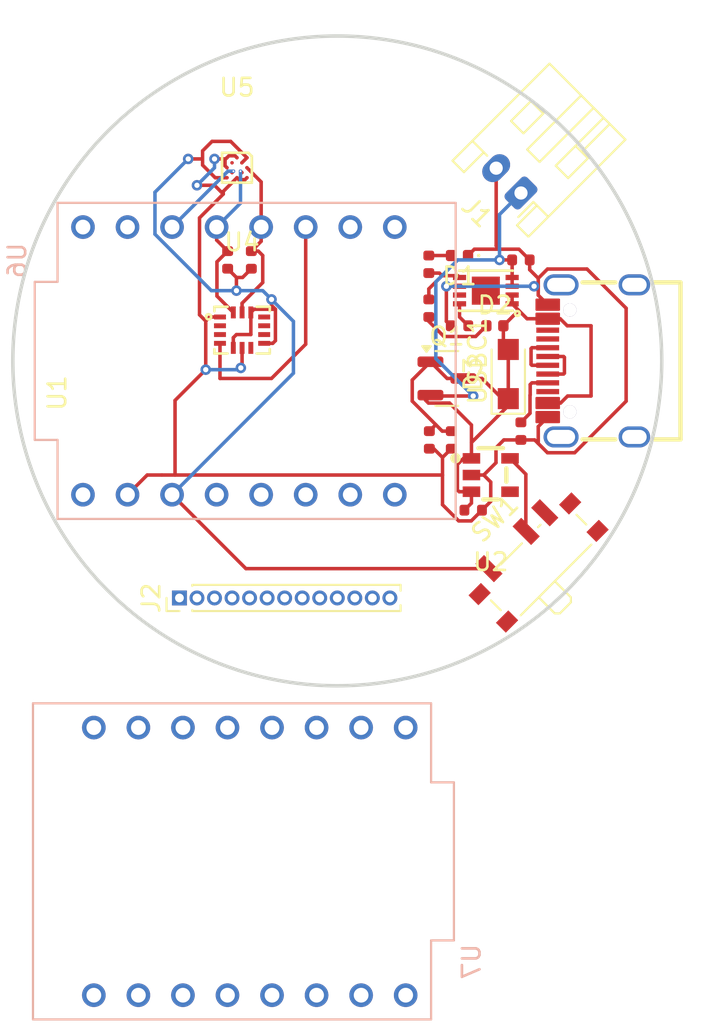
<source format=kicad_pcb>
(kicad_pcb (version 20241229) (generator "pcbnew") (generator_version "9.0")
  (layers (0 "F.Cu" signal) (2 "B.Cu" signal) (13 "F.Paste" user) (15 "B.Paste" user) (5 "F.SilkS" user "F.Silkscreen") (7 "B.SilkS" user "B.Silkscreen") (1 "F.Mask" user) (3 "B.Mask" user) (25 "Edge.Cuts" user))
  (net 0 "")
  (net 1 "GND")
  (net 2 "VBUS")
  (net 3 "VBAT")
  (net 4 "Net-(D1-A)")
  (net 5 "Net-(D2-K)")
  (net 6 "Net-(USBC1-CC1)")
  (net 7 "Net-(U1-PROG)")
  (net 8 "Net-(U1-STAT)")
  (net 9 "+3.3V")
  (net 11 "Net-(SW1-B)")
  (net 15 "D-")
  (net 17 "D+")
  (net 24 "VSH")
  (net 25 "Net-(U4-AP_SDA{slash}AP_SDIO{slash}AP_SDI)")
  (net 26 "Net-(U4-AP_SCL{slash}AP_SCLK)")
  (net 30 "Net-(U4-INT1{slash}INT)")
  (net 33 "Net-(U5-DRY)")
  (net 46 "Net-(J2-Pin_8)")
  (net 47 "Net-(J2-Pin_13)")
  (net 48 "Net-(J2-Pin_12)")
  (net 49 "Net-(J2-Pin_6)")
  (net 50 "Net-(J2-Pin_11)")
  (net 51 "Net-(J2-Pin_3)")
  (net 53 "Net-(J2-Pin_4)")
  (net 54 "Net-(J2-Pin_7)")
  (net 56 "Net-(J2-Pin_9)")
  (net 57 "Net-(J2-Pin_10)")
  (net 59 "Net-(J2-Pin_5)")
  (footprint "EasyEDA:USB-C_SMD-TYPE-C-31-M-12_1" (layer "F.Cu") (at 164.47 105 90)
    (property "Reference" "USBC1" (at 0 -6.47 90) (layer "F.SilkS"))
    (property "Value" "TYPE-C-31-M-12")
    (fp_line (start 4.47 1.38) (end 4.47 -0.48) (stroke (width 0.25)) (layer "F.SilkS"))
    (fp_line (start -4.47 1.38) (end -4.47 -0.48) (stroke (width 0.25)) (layer "F.SilkS"))
    (fp_line (start 4.47 5.1) (end 4.47 3.62) (stroke (width 0.25)) (layer "F.SilkS"))
    (fp_line (start 4.47 5.1) (end -4.47 5.1) (stroke (width 0.25)) (layer "F.SilkS"))
    (fp_line (start -4.47 5.1) (end -4.47 3.62) (stroke (width 0.25)) (layer "F.SilkS"))
    (pad "" thru_hole circle (at -2.9 -1.21 90) (size 0.75 0.75) (drill 0.75) (layers "*.Cu" "*.Mask"))
    (pad "" thru_hole circle (at 2.9 -1.21 90) (size 0.75 0.75) (drill 0.75) (layers "*.Cu" "*.Mask"))
    (pad "1" thru_hole oval (at 4.33 -1.71 90) (size 1.2 2) (drill oval 0.799998 1.599971) (layers "*.Cu" "*.Mask"))
    (pad "2" thru_hole oval (at 4.33 2.47 90) (size 1.2 1.8) (drill oval 0.799998 1.399997) (layers "*.Cu" "*.Mask"))
    (pad "3" thru_hole oval (at -4.33 2.47 90) (size 1.2 1.8) (drill oval 0.799998 1.399997) (layers "*.Cu" "*.Mask"))
    (pad "4" thru_hole oval (at -4.33 -1.71 90) (size 1.2 2) (drill oval 0.799998 1.600022) (layers "*.Cu" "*.Mask"))
    (pad "A1B12" smd custom (at -3.2 -2.47 90) (size 0.01 0.01) (layers "F.Cu" "F.Mask" "F.Paste") (net 1 "GND") (options (clearance outline) (anchor circle)) (primitives (gr_poly (pts (xy 0.3 0.65) (xy 0.3 -0.65) (xy 0 -0.65) (xy -0.3 -0.65) (xy -0.3 0.65) (xy 0 0.65) (xy 0.3 0.65)) (width 0.1) (fill yes))))
    (pad "A4B9" smd custom (at -2.4 -2.47 90) (size 0.01 0.01) (layers "F.Cu" "F.Mask" "F.Paste") (net 2 "VBUS") (options (clearance outline) (anchor circle)) (primitives (gr_poly (pts (xy 0.3 0.65) (xy 0.3 -0.65) (xy 0 -0.65) (xy -0.3 -0.65) (xy -0.3 0.65) (xy 0 0.65) (xy 0.3 0.65)) (width 0.1) (fill yes))))
    (pad "A5" smd rect (at -1.25 -2.47 90) (size 0.3 1.3) (layers "F.Cu" "F.Mask" "F.Paste") (net 6 "Net-(USBC1-CC1)"))
    (pad "A6" smd rect (at -0.25 -2.47 90) (size 0.3 1.3) (layers "F.Cu" "F.Mask" "F.Paste") (net 15 "D-"))
    (pad "A7" smd rect (at 0.25 -2.47 90) (size 0.3 1.3) (layers "F.Cu" "F.Mask" "F.Paste") (net 17 "D+"))
    (pad "A8" smd rect (at 1.25 -2.47 90) (size 0.3 1.3) (layers "F.Cu" "F.Mask" "F.Paste"))
    (pad "B1A12" smd custom (at 3.2 -2.47 90) (size 0.01 0.01) (layers "F.Cu" "F.Mask" "F.Paste") (net 1 "GND") (options (clearance outline) (anchor circle)) (primitives (gr_poly (pts (xy -0.3 -0.65) (xy -0.3 0.65) (xy -0.01 0.65) (xy 0 0.65) (xy 0.3 0.65) (xy 0.3 -0.65) (xy 0 -0.65) (xy -0.01 -0.65) (xy -0.3 -0.65)) (width 0.1) (fill yes))))
    (pad "B4A9" smd custom (at 2.4 -2.47 90) (size 0.01 0.01) (layers "F.Cu" "F.Mask" "F.Paste") (net 2 "VBUS") (options (clearance outline) (anchor circle)) (primitives (gr_poly (pts (xy 0.3 0.65) (xy 0.3 -0.65) (xy 0 -0.65) (xy -0.3 -0.65) (xy -0.3 0.65) (xy 0 0.65) (xy 0.3 0.65)) (width 0.1) (fill yes))))
    (pad "B5" smd rect (at 1.75 -2.47 90) (size 0.3 1.3) (layers "F.Cu" "F.Mask" "F.Paste"))
    (pad "B6" smd rect (at 0.75 -2.47 90) (size 0.3 1.3) (layers "F.Cu" "F.Mask" "F.Paste") (net 15 "D-"))
    (pad "B7" smd rect (at -0.75 -2.47 90) (size 0.3 1.3) (layers "F.Cu" "F.Mask" "F.Paste") (net 17 "D+"))
    (pad "B8" smd rect (at -1.75 -2.47 90) (size 0.3 1.3) (layers "F.Cu" "F.Mask" "F.Paste"))
  )
  (footprint "EasyEDA:SOT-23-5_L2.9-W1.6-P0.95-LS2.8-BR" (layer "F.Cu") (at 158.75 111.5 180)
    (property "Reference" "U2" (at 0 -4.95 0) (layer "F.SilkS"))
    (property "Value" "AP2112K-3.3TRG1_C23380830")
    (fp_line (start -0.42 -1.39) (end 0.42 -1.39) (stroke (width 0.25)) (layer "F.SilkS"))
    (fp_line (start -0.7 1.53) (end 0.7 1.53) (stroke (width 0.25)) (layer "F.SilkS"))
    (fp_line (start -0.89 0.38) (end -0.89 -0.38) (stroke (width 0.25)) (layer "F.SilkS"))
    (fp_circle (center 2.01 0.96) (end 2.16 0.96) (stroke (width 0.3)) (fill no) (layer "F.SilkS"))
    (pad "1" smd rect (at 1.1 0.95 270) (size 0.6 1) (layers "F.Cu" "F.Mask" "F.Paste") (net 24 "VSH"))
    (pad "2" smd rect (at 1.1 0 270) (size 0.6 1) (layers "F.Cu" "F.Mask" "F.Paste") (net 1 "GND"))
    (pad "3" smd rect (at 1.1 -0.95 270) (size 0.6 1) (layers "F.Cu" "F.Mask" "F.Paste") (net 24 "VSH"))
    (pad "4" smd rect (at -1.1 -0.95 270) (size 0.6 1) (layers "F.Cu" "F.Mask" "F.Paste"))
    (pad "5" smd rect (at -1.1 0.95 270) (size 0.6 1) (layers "F.Cu" "F.Mask" "F.Paste") (net 11 "Net-(SW1-B)"))
  )
  (footprint "EasyEDA:LGA-14_L3.0-W2.5-P0.50-TL" (layer "F.Cu") (at 144.572 103.25)
    (property "Reference" "U4" (at 0 -5.01 0) (layer "F.SilkS"))
    (property "Value" "ICM-45686")
    (fp_line (start -1.58 -1.33) (end -1.58 -1.08) (stroke (width 0.15)) (layer "F.SilkS"))
    (fp_line (start -1.58 1.33) (end -1.58 1.08) (stroke (width 0.15)) (layer "F.SilkS"))
    (fp_line (start -0.83 -1.33) (end -1.58 -1.33) (stroke (width 0.15)) (layer "F.SilkS"))
    (fp_line (start -0.83 1.33) (end -1.58 1.33) (stroke (width 0.15)) (layer "F.SilkS"))
    (fp_line (start 0.83 -1.33) (end 1.58 -1.33) (stroke (width 0.15)) (layer "F.SilkS"))
    (fp_line (start 0.83 1.33) (end 1.58 1.33) (stroke (width 0.15)) (layer "F.SilkS"))
    (fp_line (start 1.58 -1.33) (end 1.58 -1.08) (stroke (width 0.15)) (layer "F.SilkS"))
    (fp_line (start 1.58 1.33) (end 1.58 1.08) (stroke (width 0.15)) (layer "F.SilkS"))
    (fp_circle (center -1.91 -0.76) (end -1.84 -0.76) (stroke (width 0.15)) (fill no) (layer "F.SilkS"))
    (pad "1" smd rect (at -1.26 -0.75) (size 0.68 0.28) (layers "F.Cu" "F.Mask" "F.Paste") (net 1 "GND"))
    (pad "2" smd rect (at -1.26 -0.25) (size 0.68 0.28) (layers "F.Cu" "F.Mask" "F.Paste"))
    (pad "3" smd rect (at -1.26 0.25) (size 0.68 0.28) (layers "F.Cu" "F.Mask" "F.Paste"))
    (pad "4" smd rect (at -1.26 0.75) (size 0.68 0.28) (layers "F.Cu" "F.Mask" "F.Paste") (net 30 "Net-(U4-INT1{slash}INT)"))
    (pad "5" smd rect (at -0.5 1.01) (size 0.28 0.68) (layers "F.Cu" "F.Mask" "F.Paste") (net 9 "+3.3V"))
    (pad "6" smd rect (at 0 1.01) (size 0.28 0.68) (layers "F.Cu" "F.Mask" "F.Paste") (net 1 "GND"))
    (pad "7" smd rect (at 0.5 1.01) (size 0.28 0.68) (layers "F.Cu" "F.Mask" "F.Paste"))
    (pad "8" smd rect (at 1.26 0.75) (size 0.68 0.28) (layers "F.Cu" "F.Mask" "F.Paste") (net 9 "+3.3V"))
    (pad "9" smd rect (at 1.26 0.25) (size 0.68 0.28) (layers "F.Cu" "F.Mask" "F.Paste"))
    (pad "10" smd rect (at 1.26 -0.25) (size 0.68 0.28) (layers "F.Cu" "F.Mask" "F.Paste"))
    (pad "11" smd rect (at 1.26 -0.75) (size 0.68 0.28) (layers "F.Cu" "F.Mask" "F.Paste"))
    (pad "12" smd rect (at 0.5 -1.01) (size 0.28 0.68) (layers "F.Cu" "F.Mask" "F.Paste") (net 9 "+3.3V"))
    (pad "13" smd rect (at 0 -1.01) (size 0.28 0.68) (layers "F.Cu" "F.Mask" "F.Paste") (net 26 "Net-(U4-AP_SCL{slash}AP_SCLK)"))
    (pad "14" smd rect (at -0.5 -1.01) (size 0.28 0.68) (layers "F.Cu" "F.Mask" "F.Paste") (net 25 "Net-(U4-AP_SDA{slash}AP_SDIO{slash}AP_SDI)"))
  )
  (footprint "EasyEDA:WLCSP-12_L1.6-W1.6_BMM150" (layer "F.Cu") (at 144.28 94)
    (property "Reference" "U5" (at 0 -4.57 0) (layer "F.SilkS"))
    (property "Value" "BMM150")
    (fp_line (start -0.85 -0.85) (end 0.65 -0.85) (stroke (width 0.15)) (layer "F.SilkS"))
    (fp_line (start -0.85 0.85) (end -0.85 -0.85) (stroke (width 0.15)) (layer "F.SilkS"))
    (fp_line (start -0.85 0.85) (end 0.85 0.85) (stroke (width 0.15)) (layer "F.SilkS"))
    (fp_line (start 0.65 -0.85) (end 0.85 -0.65) (stroke (width 0.15)) (layer "F.SilkS"))
    (fp_line (start 0.85 -0.65) (end 0.85 -0.05) (stroke (width 0.15)) (layer "F.SilkS"))
    (fp_line (start 0.85 0.85) (end 0.85 -0.1) (stroke (width 0.15)) (layer "F.SilkS"))
    (pad "A1" smd circle (at 0.57 -0.57) (size 0.2 0.2) (layers "F.Cu" "F.Mask" "F.Paste") (net 9 "+3.3V"))
    (pad "A3" smd circle (at 0.57 0) (size 0.2 0.2) (layers "F.Cu" "F.Mask" "F.Paste") (net 26 "Net-(U4-AP_SCL{slash}AP_SCLK)"))
    (pad "A5" smd circle (at 0.57 0.57) (size 0.2 0.2) (layers "F.Cu" "F.Mask" "F.Paste") (net 1 "GND"))
    (pad "B2" smd circle (at 0.28 -0.28) (size 0.2 0.2) (layers "F.Cu" "F.Mask" "F.Paste") (net 9 "+3.3V"))
    (pad "B4" smd circle (at 0.28 0.28) (size 0.2 0.2) (layers "F.Cu" "F.Mask" "F.Paste") (net 25 "Net-(U4-AP_SDA{slash}AP_SDIO{slash}AP_SDI)"))
    (pad "C1" smd circle (at 0 -0.57) (size 0.2 0.2) (layers "F.Cu" "F.Mask" "F.Paste") (net 1 "GND"))
    (pad "C5" smd circle (at 0 0.57) (size 0.2 0.2) (layers "F.Cu" "F.Mask" "F.Paste") (net 1 "GND"))
    (pad "D2" smd circle (at -0.28 -0.28) (size 0.2 0.2) (layers "F.Cu" "F.Mask" "F.Paste"))
    (pad "D4" smd circle (at -0.28 0.28) (size 0.2 0.2) (layers "F.Cu" "F.Mask" "F.Paste") (net 33 "Net-(U5-DRY)"))
    (pad "E1" smd circle (at -0.57 -0.57) (size 0.2 0.2) (layers "F.Cu" "F.Mask" "F.Paste") (net 1 "GND"))
    (pad "E3" smd circle (at -0.57 0) (size 0.2 0.2) (layers "F.Cu" "F.Mask" "F.Paste") (net 1 "GND"))
    (pad "E5" smd circle (at -0.57 0.57) (size 0.2 0.2) (layers "F.Cu" "F.Mask" "F.Paste") (net 9 "+3.3V"))
  )
  (footprint "PCM_JLCPCB:C_0402" (layer "F.Cu") (at 157.75 113.5)
    (property "Reference" "C3" (hide yes))
    (property "Value" "10µF")
    (pad "1" smd roundrect (at -0.5 0) (size 0.56 0.62) (layers "F.Cu" "F.Mask" "F.Paste") (net 24 "VSH"))
    (pad "2" smd roundrect (at 0.5 0) (size 0.56 0.62) (layers "F.Cu" "F.Mask" "F.Paste") (net 1 "GND"))
  )
  (footprint "LED_SMD:LED_0402_1005Metric" (layer "F.Cu") (at 156.97 99 180)
    (property "Reference" "D1" (at 0 -1.17 0) (layer "F.SilkS"))
    (property "Value" "LED")
    (fp_circle (center -1.09 0) (end -1.04 0) (stroke (width 0.1)) (fill no) (layer "F.SilkS"))
    (pad "1" smd roundrect (at -0.485 0 180) (size 0.59 0.64) (layers "F.Cu" "F.Mask" "F.Paste") (net 1 "GND"))
    (pad "2" smd roundrect (at 0.485 0 180) (size 0.59 0.64) (layers "F.Cu" "F.Mask" "F.Paste") (net 4 "Net-(D1-A)"))
  )
  (footprint "PCM_JLCPCB:R_0402" (layer "F.Cu") (at 156.97 103 180)
    (property "Reference" "R2" (hide yes))
    (property "Value" "2kΩ" (hide yes))
    (pad "1" smd roundrect (at -0.5 0 180) (size 0.56 0.62) (layers "F.Cu" "F.Mask" "F.Paste") (net 7 "Net-(U1-PROG)"))
    (pad "2" smd roundrect (at 0.5 0 180) (size 0.56 0.62) (layers "F.Cu" "F.Mask" "F.Paste") (net 1 "GND"))
  )
  (footprint "Button_Switch_SMD:SW_SPDT_PCM12" (layer "F.Cu") (at 161.25 116.25 45)
    (property "Reference" "SW1" (at 0 -3.2 45) (layer "F.SilkS"))
    (property "Value" "SW_SPDT")
    (fp_line (start -3.45 -0.07) (end -3.45 0.719999) (stroke (width 0.12)) (layer "F.SilkS"))
    (fp_line (start -1.6 -1.12) (end 0.1 -1.12) (stroke (width 0.12)) (layer "F.SilkS"))
    (fp_line (start -2.85 1.73) (end 2.85 1.73) (stroke (width 0.12)) (layer "F.SilkS"))
    (fp_line (start 1.4 -1.12) (end 1.6 -1.12) (stroke (width 0.12)) (layer "F.SilkS"))
    (fp_line (start -1.4 1.73) (end -1.4 3.02) (stroke (width 0.12)) (layer "F.SilkS"))
    (fp_line (start -1.4 3.02) (end -1.2 3.23) (stroke (width 0.12)) (layer "F.SilkS"))
    (fp_line (start -1.2 3.23) (end -0.3 3.23) (stroke (width 0.12)) (layer "F.SilkS"))
    (fp_line (start -0.1 3.02) (end -0.1 1.73) (stroke (width 0.12)) (layer "F.SilkS"))
    (fp_line (start -0.1 3.02) (end -0.3 3.23) (stroke (width 0.12)) (layer "F.SilkS"))
    (fp_line (start 3.45 0.719999) (end 3.45 -0.07) (stroke (width 0.12)) (layer "F.SilkS"))
    (pad "" smd rect (at -3.65 -0.78 45) (size 1 0.8) (layers "F.Cu" "F.Mask" "F.Paste"))
    (pad "" smd rect (at -3.65 1.43 45) (size 1 0.8) (layers "F.Cu" "F.Mask" "F.Paste"))
    (pad "" np_thru_hole circle (at -1.5 0.33 45) (size 0.9 0.9) (drill 0.9) (layers "*.Cu" "*.Mask"))
    (pad "" np_thru_hole circle (at 1.5 0.33 45) (size 0.9 0.9) (drill 0.9) (layers "*.Cu" "*.Mask"))
    (pad "" smd rect (at 3.65 -0.78 45) (size 1 0.8) (layers "F.Cu" "F.Mask" "F.Paste"))
    (pad "" smd rect (at 3.65 1.43 45) (size 1 0.8) (layers "F.Cu" "F.Mask" "F.Paste"))
    (pad "1" smd rect (at -2.25 -1.43 45) (size 0.7 1.5) (layers "F.Cu" "F.Mask" "F.Paste") (net 9 "+3.3V"))
    (pad "2" smd rect (at 0.75 -1.43 45) (size 0.7 1.5) (layers "F.Cu" "F.Mask" "F.Paste") (net 11 "Net-(SW1-B)"))
    (pad "3" smd rect (at 2.25 -1.43 45) (size 0.7 1.5) (layers "F.Cu" "F.Mask" "F.Paste"))
  )
  (footprint "LED_SMD:LED_0402_1005Metric" (layer "F.Cu") (at 158.985 103)
    (property "Reference" "D2" (at 0 -1.17 0) (layer "F.SilkS"))
    (property "Value" "LED")
    (fp_circle (center -1.09 0) (end -1.04 0) (stroke (width 0.1)) (fill no) (layer "F.SilkS"))
    (pad "1" smd roundrect (at -0.485 0) (size 0.59 0.64) (layers "F.Cu" "F.Mask" "F.Paste") (net 5 "Net-(D2-K)"))
    (pad "2" smd roundrect (at 0.485 0) (size 0.59 0.64) (layers "F.Cu" "F.Mask" "F.Paste") (net 2 "VBUS"))
  )
  (footprint "PCM_JLCPCB:R_0402" (layer "F.Cu") (at 145.1 99.25 90)
    (property "Reference" "R7" (hide yes))
    (property "Value" "4.7kΩ" (hide yes))
    (pad "1" smd roundrect (at -0.5 0 90) (size 0.56 0.62) (layers "F.Cu" "F.Mask" "F.Paste") (net 9 "+3.3V"))
    (pad "2" smd roundrect (at 0.5 0 90) (size 0.56 0.62) (layers "F.Cu" "F.Mask" "F.Paste") (net 26 "Net-(U4-AP_SCL{slash}AP_SCLK)"))
  )
  (footprint "Connector_PinHeader_1.00mm:PinHeader_1x13_P1.00mm_Vertical" (layer "F.Cu") (at 141 118.5 90)
    (property "Reference" "J2" (at 0 -1.61 90) (layer "F.SilkS"))
    (property "Value" "Conn_01x13_Pin")
    (fp_line (start -0.745 -0.735) (end 0 -0.735) (stroke (width 0.12)) (layer "F.SilkS"))
    (fp_line (start -0.745 0) (end -0.745 -0.735) (stroke (width 0.12)) (layer "F.SilkS"))
    (fp_line (start 0.745 0.735) (end 0.745 12.61) (stroke (width 0.12)) (layer "F.SilkS"))
    (fp_line (start 0.685565 0.735) (end 0.745 0.735) (stroke (width 0.12)) (layer "F.SilkS"))
    (fp_line (start -0.745 0.735) (end -0.685565 0.735) (stroke (width 0.12)) (layer "F.SilkS"))
    (fp_line (start -0.745 0.735) (end -0.745 12.61) (stroke (width 0.12)) (layer "F.SilkS"))
    (fp_line (start 0.41003 12.61) (end 0.745 12.61) (stroke (width 0.12)) (layer "F.SilkS"))
    (fp_line (start -0.745 12.61) (end -0.41003 12.61) (stroke (width 0.12)) (layer "F.SilkS"))
    (pad "1" thru_hole rect (at 0 0 90) (size 0.85 0.85) (drill 0.5) (layers "*.Cu" "*.Mask"))
    (pad "2" thru_hole circle (at 0 1 90) (size 0.85 0.85) (drill 0.5) (layers "*.Cu" "*.Mask"))
    (pad "3" thru_hole circle (at 0 2 90) (size 0.85 0.85) (drill 0.5) (layers "*.Cu" "*.Mask"))
    (pad "4" thru_hole circle (at 0 3 90) (size 0.85 0.85) (drill 0.5) (layers "*.Cu" "*.Mask"))
    (pad "5" thru_hole circle (at 0 4 90) (size 0.85 0.85) (drill 0.5) (layers "*.Cu" "*.Mask"))
    (pad "6" thru_hole circle (at 0 5 90) (size 0.85 0.85) (drill 0.5) (layers "*.Cu" "*.Mask"))
    (pad "7" thru_hole circle (at 0 6 90) (size 0.85 0.85) (drill 0.5) (layers "*.Cu" "*.Mask"))
    (pad "8" thru_hole circle (at 0 7 90) (size 0.85 0.85) (drill 0.5) (layers "*.Cu" "*.Mask"))
    (pad "9" thru_hole circle (at 0 8 90) (size 0.85 0.85) (drill 0.5) (layers "*.Cu" "*.Mask"))
    (pad "10" thru_hole circle (at 0 9 90) (size 0.85 0.85) (drill 0.5) (layers "*.Cu" "*.Mask"))
    (pad "11" thru_hole circle (at 0 10 90) (size 0.85 0.85) (drill 0.5) (layers "*.Cu" "*.Mask"))
    (pad "12" thru_hole circle (at 0 11 90) (size 0.85 0.85) (drill 0.5) (layers "*.Cu" "*.Mask"))
    (pad "13" thru_hole circle (at 0 12 90) (size 0.85 0.85) (drill 0.5) (layers "*.Cu" "*.Mask"))
  )
  (footprint "PCM_JLCPCB:R_0402" (layer "F.Cu") (at 155.22 102 90)
    (property "Reference" "R3" (hide yes))
    (property "Value" "1kΩ" (hide yes))
    (pad "1" smd roundrect (at -0.5 0 90) (size 0.56 0.62) (layers "F.Cu" "F.Mask" "F.Paste") (net 5 "Net-(D2-K)"))
    (pad "2" smd roundrect (at 0.5 0 90) (size 0.56 0.62) (layers "F.Cu" "F.Mask" "F.Paste") (net 8 "Net-(U1-STAT)"))
  )
  (footprint "EasyEDA:TDFN-8_L3.0-W2.0-P0.50-BL-EP1.6" (layer "F.Cu") (at 158.47 101 90)
    (property "Reference" "U1" (at -5.825 -24.44 270) (layer "F.SilkS"))
    (property "Value" "MCP73831-2ACI/MC")
    (fp_line (start 1.14 -1.52) (end 1.13 -1.52) (stroke (width 0.15)) (layer "F.SilkS"))
    (fp_line (start -1.13 -1.52) (end -1.15 -1.52) (stroke (width 0.15)) (layer "F.SilkS"))
    (fp_line (start -1.15 -1.52) (end -1.15 1.53) (stroke (width 0.15)) (layer "F.SilkS"))
    (fp_line (start 1.14 1.53) (end 1.14 -1.52) (stroke (width 0.15)) (layer "F.SilkS"))
    (fp_line (start 1.13 1.53) (end 1.14 1.53) (stroke (width 0.15)) (layer "F.SilkS"))
    (fp_line (start -1.15 1.53) (end -1.13 1.53) (stroke (width 0.15)) (layer "F.SilkS"))
    (fp_circle (center -1.3 1.8) (end -1.24 1.8) (stroke (width 0.15)) (fill no) (layer "F.SilkS"))
    (pad "1" smd rect (at -0.75 1.5 180) (size 0.75 0.3) (layers "F.Cu" "F.Mask" "F.Paste") (net 2 "VBUS"))
    (pad "2" smd rect (at -0.25 1.5 180) (size 0.75 0.3) (layers "F.Cu" "F.Mask" "F.Paste") (net 2 "VBUS"))
    (pad "3" smd rect (at 0.25 1.5 180) (size 0.75 0.3) (layers "F.Cu" "F.Mask" "F.Paste") (net 3 "VBAT"))
    (pad "4" smd rect (at 0.75 1.5 180) (size 0.75 0.3) (layers "F.Cu" "F.Mask" "F.Paste") (net 3 "VBAT"))
    (pad "5" smd rect (at 0.75 -1.5 180) (size 0.75 0.3) (layers "F.Cu" "F.Mask" "F.Paste") (net 8 "Net-(U1-STAT)"))
    (pad "6" smd rect (at 0.25 -1.5 180) (size 0.75 0.3) (layers "F.Cu" "F.Mask" "F.Paste") (net 1 "GND"))
    (pad "7" smd rect (at -0.25 -1.5 180) (size 0.75 0.3) (layers "F.Cu" "F.Mask" "F.Paste"))
    (pad "8" smd rect (at -0.75 -1.5 180) (size 0.75 0.3) (layers "F.Cu" "F.Mask" "F.Paste") (net 7 "Net-(U1-PROG)"))
    (pad "9" smd rect (at 0 0 180) (size 1.6 1.6) (layers "F.Cu" "F.Mask" "F.Paste"))
  )
  (footprint "Diode_SMD:Nexperia_CFP3_SOD-123W" (layer "F.Cu") (at 159.75 105.75 90)
    (property "Reference" "D3" (at 0 -2 90) (layer "F.SilkS"))
    (property "Value" "PMEG4020ER")
    (fp_line (start -2.26 -0.95) (end 1.4 -0.95) (stroke (width 0.12)) (layer "F.SilkS"))
    (fp_line (start -2.26 -0.95) (end -2.26 0.95) (stroke (width 0.12)) (layer "F.SilkS"))
    (fp_line (start -2.26 0.95) (end 1.4 0.95) (stroke (width 0.12)) (layer "F.SilkS"))
    (pad "1" smd rect (at -1.4 0 90) (size 1.2 1.2) (layers "F.Cu" "F.Mask" "F.Paste") (net 24 "VSH"))
    (pad "2" smd rect (at 1.4 0 90) (size 1.2 1.2) (layers "F.Cu" "F.Mask" "F.Paste") (net 2 "VBUS"))
  )
  (footprint "Package_TO_SOT_SMD:SOT-23" (layer "F.Cu") (at 156.25 106)
    (property "Reference" "Q1" (at 0 -2.4 0) (layer "F.SilkS"))
    (property "Value" "BSS84")
    (fp_line (start 0 -1.56) (end -0.65 -1.56) (stroke (width 0.12)) (layer "F.SilkS"))
    (fp_line (start 0 -1.56) (end 0.65 -1.56) (stroke (width 0.12)) (layer "F.SilkS"))
    (fp_line (start 0 1.56) (end -0.65 1.56) (stroke (width 0.12)) (layer "F.SilkS"))
    (fp_line (start 0 1.56) (end 0.65 1.56) (stroke (width 0.12)) (layer "F.SilkS"))
    (fp_poly (pts (xy -1.1625 -1.51) (xy -1.4025 -1.84) (xy -0.9225 -1.84)) (stroke (width 0.12)) (fill yes) (layer "F.SilkS"))
    (pad "1" smd roundrect (at -0.9375 -0.95) (size 1.475 0.6) (layers "F.Cu" "F.Mask" "F.Paste") (net 2 "VBUS"))
    (pad "2" smd roundrect (at -0.9375 0.95) (size 1.475 0.6) (layers "F.Cu" "F.Mask" "F.Paste") (net 24 "VSH"))
    (pad "3" smd roundrect (at 0.9375 0) (size 1.475 0.6) (layers "F.Cu" "F.Mask" "F.Paste") (net 3 "VBAT"))
  )
  (footprint "PCM_JLCPCB:C_0402" (layer "F.Cu") (at 155.25 109.5 90)
    (property "Reference" "C1" (hide yes))
    (property "Value" "10µF")
    (pad "1" smd roundrect (at -0.5 0 90) (size 0.56 0.62) (layers "F.Cu" "F.Mask" "F.Paste") (net 1 "GND"))
    (pad "2" smd roundrect (at 0.5 0 90) (size 0.56 0.62) (layers "F.Cu" "F.Mask" "F.Paste") (net 2 "VBUS"))
  )
  (footprint "PCM_JLCPCB:C_0402" (layer "F.Cu") (at 160.47 99.25)
    (property "Reference" "C2" (hide yes))
    (property "Value" "10µF")
    (pad "1" smd roundrect (at -0.5 0) (size 0.56 0.62) (layers "F.Cu" "F.Mask" "F.Paste") (net 3 "VBAT"))
    (pad "2" smd roundrect (at 0.5 0) (size 0.56 0.62) (layers "F.Cu" "F.Mask" "F.Paste") (net 1 "GND"))
  )
  (footprint "PCM_JLCPCB:R_0402" (layer "F.Cu") (at 156.5 109.5 -90)
    (property "Reference" "R5" (hide yes))
    (property "Value" "100kΩ" (hide yes))
    (pad "1" smd roundrect (at -0.5 0 270) (size 0.56 0.62) (layers "F.Cu" "F.Mask" "F.Paste") (net 2 "VBUS"))
    (pad "2" smd roundrect (at 0.5 0 270) (size 0.56 0.62) (layers "F.Cu" "F.Mask" "F.Paste") (net 1 "GND"))
  )
  (footprint "PCM_JLCPCB:R_0402" (layer "F.Cu") (at 143.75 99.25 90)
    (property "Reference" "R6" (hide yes))
    (property "Value" "4.7kΩ" (hide yes))
    (pad "1" smd roundrect (at -0.5 0 90) (size 0.56 0.62) (layers "F.Cu" "F.Mask" "F.Paste") (net 9 "+3.3V"))
    (pad "2" smd roundrect (at 0.5 0 90) (size 0.56 0.62) (layers "F.Cu" "F.Mask" "F.Paste") (net 25 "Net-(U4-AP_SDA{slash}AP_SDIO{slash}AP_SDI)"))
  )
  (footprint "PCM_JLCPCB:R_0402" (layer "F.Cu") (at 160.47 109 90)
    (property "Reference" "R1" (hide yes))
    (property "Value" "5.1kΩ" (hide yes))
    (pad "1" smd roundrect (at -0.5 0 90) (size 0.56 0.62) (layers "F.Cu" "F.Mask" "F.Paste") (net 1 "GND"))
    (pad "2" smd roundrect (at 0.5 0 90) (size 0.56 0.62) (layers "F.Cu" "F.Mask" "F.Paste") (net 6 "Net-(USBC1-CC1)"))
  )
  (footprint "Connector_JST:JST_PH_S2B-PH-K_1x02_P2.00mm_Horizontal" (layer "F.Cu") (at 160.474696 95.439519 135)
    (property "Reference" "J1" (at 1 -2.55 135) (layer "F.SilkS"))
    (property "Value" "Conn_01x02_Pin")
    (fp_line (start 4.06 -1.459999) (end 3.14 -1.46) (stroke (width 0.12)) (layer "F.SilkS"))
    (fp_line (start 3.14 -1.46) (end 3.14 0.14) (stroke (width 0.12)) (layer "F.SilkS"))
    (fp_line (start 4.06 0.139999) (end 3.14 0.14) (stroke (width 0.12)) (layer "F.SilkS"))
    (fp_line (start 3.14 0.14) (end 2.859999 0.14) (stroke (width 0.12)) (layer "F.SilkS"))
    (fp_line (start 3.299999 2.5) (end 3.3 4.1) (stroke (width 0.12)) (layer "F.SilkS"))
    (fp_line (start -1.14 -1.46) (end -2.06 -1.46) (stroke (width 0.12)) (layer "F.SilkS"))
    (fp_line (start 2.300001 2.5) (end 3.299999 2.5) (stroke (width 0.12)) (layer "F.SilkS"))
    (fp_line (start 1.5 2) (end 1.5 6.36) (stroke (width 0.12)) (layer "F.SilkS"))
    (fp_line (start -2.06 -1.46) (end -2.06 6.36) (stroke (width 0.12)) (layer "F.SilkS"))
    (fp_line (start 3.3 4.1) (end 2.3 4.1) (stroke (width 0.12)) (layer "F.SilkS"))
    (fp_line (start -0.86 0.14) (end -0.86 -1.075) (stroke (width 0.12)) (layer "F.SilkS"))
    (fp_line (start -0.86 0.14) (end -1.14 0.14) (stroke (width 0.12)) (layer "F.SilkS"))
    (fp_line (start -1.14 0.14) (end -1.14 -1.46) (stroke (width 0.12)) (layer "F.SilkS"))
    (fp_line (start 0.5 2) (end 1.5 2) (stroke (width 0.12)) (layer "F.SilkS"))
    (fp_line (start 2.3 4.1) (end 2.300001 2.5) (stroke (width 0.12)) (layer "F.SilkS"))
    (fp_line (start -2.06 0.14) (end -1.14 0.14) (stroke (width 0.12)) (layer "F.SilkS"))
    (fp_line (start 4.06 6.360001) (end 4.06 -1.459999) (stroke (width 0.12)) (layer "F.SilkS"))
    (fp_line (start -0.3 2.5) (end -1.3 2.5) (stroke (width 0.12)) (layer "F.SilkS"))
    (fp_line (start -1.3 2.5) (end -1.3 4.1) (stroke (width 0.12)) (layer "F.SilkS"))
    (fp_line (start -0.3 4.1) (end -0.3 2.5) (stroke (width 0.12)) (layer "F.SilkS"))
    (fp_line (start -0.3 4.1) (end -0.3 6.36) (stroke (width 0.12)) (layer "F.SilkS"))
    (fp_line (start -0.8 4.1) (end -0.8 6.360001) (stroke (width 0.12)) (layer "F.SilkS"))
    (fp_line (start -1.3 4.1) (end -0.3 4.1) (stroke (width 0.12)) (layer "F.SilkS"))
    (fp_line (start 0.5 6.360001) (end 0.5 2) (stroke (width 0.12)) (layer "F.SilkS"))
    (fp_line (start -2.06 6.36) (end 4.06 6.360001) (stroke (width 0.12)) (layer "F.SilkS"))
    (pad "1" thru_hole roundrect (at 0 0 135) (size 1.2 1.75) (drill 0.75) (layers "*.Cu" "*.Mask") (roundrect_rratio 0.208333) (net 3 "VBAT"))
    (pad "2" thru_hole oval (at 2.000001 0 135) (size 1.2 1.75) (drill 0.75) (layers "*.Cu" "*.Mask") (net 1 "GND"))
  )
  (footprint "PCM_JLCPCB:R_0402" (layer "F.Cu") (at 155.22 99.5 -90)
    (property "Reference" "R4" (hide yes))
    (property "Value" "1kΩ" (hide yes))
    (pad "1" smd roundrect (at -0.5 0 270) (size 0.56 0.62) (layers "F.Cu" "F.Mask" "F.Paste") (net 4 "Net-(D1-A)"))
    (pad "2" smd roundrect (at 0.5 0 270) (size 0.56 0.62) (layers "F.Cu" "F.Mask" "F.Paste") (net 8 "Net-(U1-STAT)"))
  )
  (footprint "esp32:MODULE_ESP32-C3_SUPERMINI_TH" (layer "B.Cu") (at 144 133.5 90)
    (property "Reference" "U7" (at -5.715 13.6525 90) (layer "B.SilkS") (effects (justify mirror)))
    (property "Value" "ESP32-C3_SUPERMINI_TH")
    (fp_line (start 9 -11.35) (end -9 -11.35) (stroke (width 0.127)) (layer "B.SilkS"))
    (fp_line (start 9 -11.35) (end 9 11.35) (stroke (width 0.127)) (layer "B.SilkS"))
    (fp_line (start -9 -11.35) (end -9 11.35) (stroke (width 0.127)) (layer "B.SilkS"))
    (fp_line (start 9 11.35) (end 4.5 11.35) (stroke (width 0.127)) (layer "B.SilkS"))
    (fp_line (start -4.5 11.35) (end -9 11.35) (stroke (width 0.127)) (layer "B.SilkS"))
    (fp_line (start 4.5 12.65) (end 4.5 11.35) (stroke (width 0.127)) (layer "B.SilkS"))
    (fp_line (start 4.5 12.65) (end -4.5 12.65) (stroke (width 0.127)) (layer "B.SilkS"))
    (fp_line (start -4.5 12.65) (end -4.5 11.35) (stroke (width 0.127)) (layer "B.SilkS"))
    (pad "0" thru_hole circle (at 7.62 -7.88 90) (size 1.348 1.348) (drill 0.84) (layers "*.Cu" "*.Mask"))
    (pad "1" thru_hole circle (at 7.62 -5.34 90) (size 1.348 1.348) (drill 0.84) (layers "*.Cu" "*.Mask") (net 46 "Net-(J2-Pin_8)"))
    (pad "2" thru_hole circle (at 7.62 -2.8 90) (size 1.348 1.348) (drill 0.84) (layers "*.Cu" "*.Mask") (net 54 "Net-(J2-Pin_7)"))
    (pad "3" thru_hole circle (at 7.62 -0.26 90) (size 1.348 1.348) (drill 0.84) (layers "*.Cu" "*.Mask") (net 49 "Net-(J2-Pin_6)"))
    (pad "3.3" thru_hole circle (at 7.62 4.82 90) (size 1.348 1.348) (drill 0.84) (layers "*.Cu" "*.Mask") (net 9 "+3.3V"))
    (pad "4" thru_hole circle (at 7.62 2.28 90) (size 1.348 1.348) (drill 0.84) (layers "*.Cu" "*.Mask") (net 59 "Net-(J2-Pin_5)"))
    (pad "5" thru_hole circle (at -7.62 9.9 90) (size 1.348 1.348) (drill 0.84) (layers "*.Cu" "*.Mask") (net 51 "Net-(J2-Pin_3)"))
    (pad "5V" thru_hole circle (at 7.62 9.9 90) (size 1.348 1.348) (drill 0.84) (layers "*.Cu" "*.Mask"))
    (pad "6" thru_hole circle (at -7.62 7.36 90) (size 1.348 1.348) (drill 0.84) (layers "*.Cu" "*.Mask") (net 53 "Net-(J2-Pin_4)"))
    (pad "7" thru_hole circle (at -7.62 4.82 90) (size 1.348 1.348) (drill 0.84) (layers "*.Cu" "*.Mask"))
    (pad "8" thru_hole circle (at -7.62 2.28 90) (size 1.348 1.348) (drill 0.84) (layers "*.Cu" "*.Mask") (net 57 "Net-(J2-Pin_10)"))
    (pad "9" thru_hole circle (at -7.62 -0.26 90) (size 1.348 1.348) (drill 0.84) (layers "*.Cu" "*.Mask") (net 50 "Net-(J2-Pin_11)"))
    (pad "10" thru_hole circle (at -7.62 -2.8 90) (size 1.348 1.348) (drill 0.84) (layers "*.Cu" "*.Mask") (net 56 "Net-(J2-Pin_9)"))
    (pad "20" thru_hole circle (at -7.62 -5.34 90) (size 1.348 1.348) (drill 0.84) (layers "*.Cu" "*.Mask") (net 47 "Net-(J2-Pin_13)"))
    (pad "21" thru_hole circle (at -7.62 -7.88 90) (size 1.348 1.348) (drill 0.84) (layers "*.Cu" "*.Mask") (net 48 "Net-(J2-Pin_12)"))
    (pad "G" thru_hole circle (at 7.62 7.36 90) (size 1.348 1.348) (drill 0.84) (layers "*.Cu" "*.Mask") (net 1 "GND"))
  )
  (footprint "esp32:MODULE_ESP32-C3_SUPERMINI_TH" (layer "B.Cu") (at 145.4 105 -90)
    (property "Reference" "U6" (at -5.715 13.6525 90) (layer "B.SilkS") (effects (justify mirror)))
    (property "Value" "ESP32-C3_SUPERMINI_TH")
    (fp_line (start -4.5 12.65) (end -4.5 11.35) (stroke (width 0.127)) (layer "B.SilkS"))
    (fp_line (start 4.5 12.65) (end -4.5 12.65) (stroke (width 0.127)) (layer "B.SilkS"))
    (fp_line (start 4.5 12.65) (end 4.5 11.35) (stroke (width 0.127)) (layer "B.SilkS"))
    (fp_line (start -4.5 11.35) (end -9 11.35) (stroke (width 0.127)) (layer "B.SilkS"))
    (fp_line (start 9 11.35) (end 4.5 11.35) (stroke (width 0.127)) (layer "B.SilkS"))
    (fp_line (start -9 -11.35) (end -9 11.35) (stroke (width 0.127)) (layer "B.SilkS"))
    (fp_line (start 9 -11.35) (end 9 11.35) (stroke (width 0.127)) (layer "B.SilkS"))
    (fp_line (start 9 -11.35) (end -9 -11.35) (stroke (width 0.127)) (layer "B.SilkS"))
    (pad "0" thru_hole circle (at 7.62 -7.88 270) (size 1.348 1.348) (drill 0.84) (layers "*.Cu" "*.Mask"))
    (pad "1" thru_hole circle (at 7.62 -5.34 270) (size 1.348 1.348) (drill 0.84) (layers "*.Cu" "*.Mask"))
    (pad "2" thru_hole circle (at 7.62 -2.8 270) (size 1.348 1.348) (drill 0.84) (layers "*.Cu" "*.Mask"))
    (pad "3" thru_hole circle (at 7.62 -0.26 270) (size 1.348 1.348) (drill 0.84) (layers "*.Cu" "*.Mask"))
    (pad "3.3" thru_hole circle (at 7.62 4.82 270) (size 1.348 1.348) (drill 0.84) (layers "*.Cu" "*.Mask") (net 9 "+3.3V"))
    (pad "4" thru_hole circle (at 7.62 2.28 270) (size 1.348 1.348) (drill 0.84) (layers "*.Cu" "*.Mask"))
    (pad "5" thru_hole circle (at -7.62 9.9 270) (size 1.348 1.348) (drill 0.84) (layers "*.Cu" "*.Mask"))
    (pad "5V" thru_hole circle (at 7.62 9.9 270) (size 1.348 1.348) (drill 0.84) (layers "*.Cu" "*.Mask"))
    (pad "6" thru_hole circle (at -7.62 7.36 270) (size 1.348 1.348) (drill 0.84) (layers "*.Cu" "*.Mask"))
    (pad "7" thru_hole circle (at -7.62 4.82 270) (size 1.348 1.348) (drill 0.84) (layers "*.Cu" "*.Mask") (net 33 "Net-(U5-DRY)"))
    (pad "8" thru_hole circle (at -7.62 2.28 270) (size 1.348 1.348) (drill 0.84) (layers "*.Cu" "*.Mask") (net 25 "Net-(U4-AP_SDA{slash}AP_SDIO{slash}AP_SDI)"))
    (pad "9" thru_hole circle (at -7.62 -0.26 270) (size 1.348 1.348) (drill 0.84) (layers "*.Cu" "*.Mask") (net 26 "Net-(U4-AP_SCL{slash}AP_SCLK)"))
    (pad "10" thru_hole circle (at -7.62 -2.8 270) (size 1.348 1.348) (drill 0.84) (layers "*.Cu" "*.Mask") (net 30 "Net-(U4-INT1{slash}INT)"))
    (pad "20" thru_hole circle (at -7.62 -5.34 270) (size 1.348 1.348) (drill 0.84) (layers "*.Cu" "*.Mask"))
    (pad "21" thru_hole circle (at -7.62 -7.88 270) (size 1.348 1.348) (drill 0.84) (layers "*.Cu" "*.Mask"))
    (pad "G" thru_hole circle (at 7.62 7.36 270) (size 1.348 1.348) (drill 0.84) (layers "*.Cu" "*.Mask") (net 1 "GND"))
  )
  (gr_circle (center 150 105) (end 168.5 105) (stroke (width 0.2)) (fill no) (layer "Edge.Cuts"))
  (segment (start 161.459 100.75) (end 161.459 100.296794) (width 0.2) (layer "F.Cu") (net 1))
  (segment (start 166.47 107.294206) (end 163.533206 110.231) (width 0.2) (layer "F.Cu") (net 1))
  (segment (start 159.060482 94.025305) (end 159.060482 98.449482) (width 0.2) (layer "F.Cu") (net 1))
  (segment (start 161.986794 110.231) (end 161.459 109.703206) (width 0.2) (layer "F.Cu") (net 1))
  (segment (start 159.060482 98.449482) (end 159.25 98.639) (width 0.2) (layer "F.Cu") (net 1))
  (segment (start 144.5 105.4) (end 144.572 105.328) (width 0.2) (layer "F.Cu") (net 1))
  (segment (start 161.459 100.296794) (end 161.986794 99.769) (width 0.2) (layer "F.Cu") (net 1))
  (segment (start 143.71 93.43) (end 143.821 93.319) (width 0.2) (layer "F.Cu") (net 1))
  (segment (start 143.558 93.5) (end 143 93.5) (width 0.2) (layer "F.Cu") (net 1))
  (segment (start 161.986794 99.769) (end 164.239 99.769) (width 0.2) (layer "F.Cu") (net 1))
  (segment (start 142.145 102.375) (end 142.145 96.855) (width 0.2) (layer "F.Cu") (net 1))
  (segment (start 161.459 108.741) (end 162 108.2) (width 0.2) (layer "F.Cu") (net 1))
  (segment (start 139.16 111.5) (end 138.04 112.62) (width 0.2) (layer "F.Cu") (net 1))
  (segment (start 157.639 114.111) (end 158.25 113.5) (width 0.2) (layer "F.Cu") (net 1))
  (segment (start 161.22 100.75) (end 161.459 100.75) (width 0.2) (layer "F.Cu") (net 1))
  (segment (start 163.533206 110.231) (end 161.986794 110.231) (width 0.2) (layer "F.Cu") (net 1))
  (segment (start 144.28 94.57) (end 144.391 94.681) (width 0.2) (layer "F.Cu") (net 1))
  (segment (start 144.739 94.681) (end 144.85 94.57) (width 0.2) (layer "F.Cu") (net 1))
  (segment (start 143.5 95.35) (end 144.28 94.57) (width 0.2) (layer "F.Cu") (net 1))
  (segment (start 140.75 111.5) (end 140.75 107.25) (width 0.2) (layer "F.Cu") (net 1))
  (segment (start 144.572 105.328) (end 144.572 104.26) (width 0.2) (layer "F.Cu") (net 1))
  (segment (start 143.599 93.541) (end 143.558 93.5) (width 0.2) (layer "F.Cu") (net 1))
  (segment (start 161.459 101.259) (end 161.459 100.75) (width 0.2) (layer "F.Cu") (net 1))
  (segment (start 143.599 93.889) (end 143.71 94) (width 0.2) (layer "F.Cu") (net 1))
  (segment (start 156 113.18755) (end 156.92345 114.111) (width 0.2) (layer "F.Cu") (net 1))
  (segment (start 160.97 99.807794) (end 161.459 100.296794) (width 0.2) (layer "F.Cu") (net 1))
  (segment (start 142.5 102.73) (end 142.5 105.5) (width 0.2) (layer "F.Cu") (net 1))
  (segment (start 144.169 93.319) (end 144.28 93.43) (width 0.2) (layer "F.Cu") (net 1))
  (segment (start 143.5 95.5) (end 143 95) (width 0.2) (layer "F.Cu") (net 1))
  (segment (start 160.359 98.639) (end 160.97 99.25) (width 0.2) (layer "F.Cu") (net 1))
  (segment (start 143.312 102.5) (end 142.73 102.5) (width 0.2) (layer "F.Cu") (net 1))
  (segment (start 157.816 98.639) (end 159.25 98.639) (width 0.2) (layer "F.Cu") (net 1))
  (segment (start 142.5 102.73) (end 142.145 102.375) (width 0.2) (layer "F.Cu") (net 1))
  (segment (start 157.65 111.5) (end 158.35 111.5) (width 0.2) (layer "F.Cu") (net 1))
  (segment (start 156.22 100.75) (end 156.22 102.75) (width 0.2) (layer "F.Cu") (net 1))
  (segment (start 156.22 102.75) (end 156.47 103) (width 0.2) (layer "F.Cu") (net 1))
  (segment (start 160.47 109.5) (end 161.255794 109.5) (width 0.2) (layer "F.Cu") (net 1))
  (segment (start 140.75 107.25) (end 142.5 105.5) (width 0.2) (layer "F.Cu") (net 1))
  (segment (start 159.049 109.949) (end 159.498 109.5) (width 0.2) (layer "F.Cu") (net 1))
  (segment (start 140 111.5) (end 139.16 111.5) (width 0.2) (layer "F.Cu") (net 1))
  (segment (start 159.25 98.639) (end 160.359 98.639) (width 0.2) (layer "F.Cu") (net 1))
  (segment (start 156.92345 114.111) (end 157.639 114.111) (width 0.2) (layer "F.Cu") (net 1))
  (segment (start 156 111.5) (end 140.75 111.5) (width 0.2) (layer "F.Cu") (net 1))
  (segment (start 158.35 111.5) (end 159.049 110.801) (width 0.2) (layer "F.Cu") (net 1))
  (segment (start 155.25 110) (end 155.5 110) (width 0.2) (layer "F.Cu") (net 1))
  (segment (start 164.239 99.769) (end 166.47 102) (width 0.2) (layer "F.Cu") (net 1))
  (segment (start 158.75 113) (end 158.75 111.9) (width 0.2) (layer "F.Cu") (net 1))
  (segment (start 143.599 93.541) (end 143.599 93.889) (width 0.2) (layer "F.Cu") (net 1))
  (segment (start 166.47 102) (end 166.47 107.294206) (width 0.2) (layer "F.Cu") (net 1))
  (segment (start 142.145 96.855) (end 143.5 95.5) (width 0.2) (layer "F.Cu") (net 1))
  (segment (start 143.71 93.43) (end 143.599 93.541) (width 0.2) (layer "F.Cu") (net 1))
  (segment (start 143 95) (end 142 95) (width 0.2) (layer "F.Cu") (net 1))
  (segment (start 143.5 95.5) (end 143.5 95.35) (width 0.2) (layer "F.Cu") (net 1))
  (segment (start 156.5 110) (end 156 110.5) (width 0.2) (layer "F.Cu") (net 1))
  (segment (start 158.75 111.9) (end 158.35 111.5) (width 0.2) (layer "F.Cu") (net 1))
  (segment (start 156 111.5) (end 156 113.18755) (width 0.2) (layer "F.Cu") (net 1))
  (segment (start 140.75 111.5) (end 140 111.5) (width 0.2) (layer "F.Cu") (net 1))
  (segment (start 158.25 113.5) (end 158.75 113) (width 0.2) (layer "F.Cu") (net 1))
  (segment (start 160.97 99.25) (end 160.97 99.807794) (width 0.2) (layer "F.Cu") (net 1))
  (segment (start 162 101.8) (end 161.459 101.259) (width 0.2) (layer "F.Cu") (net 1))
  (segment (start 161.459 109.703206) (end 161.459 108.741) (width 0.2) (layer "F.Cu") (net 1))
  (segment (start 159.049 110.801) (end 159.049 109.949) (width 0.2) (layer "F.Cu") (net 1))
  (segment (start 143.821 93.319) (end 144.169 93.319) (width 0.2) (layer "F.Cu") (net 1))
  (segment (start 159.498 109.5) (end 160.47 109.5) (width 0.2) (layer "F.Cu") (net 1))
  (segment (start 156.22 100.75) (end 156.97 100.75) (width 0.2) (layer "F.Cu") (net 1))
  (segment (start 156 110.5) (end 156 111.5) (width 0.2) (layer "F.Cu") (net 1))
  (segment (start 161.255794 109.5) (end 161.459 109.703206) (width 0.2) (layer "F.Cu") (net 1))
  (segment (start 142.73 102.5) (end 142.5 102.73) (width 0.2) (layer "F.Cu") (net 1))
  (segment (start 157.455 99) (end 157.816 98.639) (width 0.2) (layer "F.Cu") (net 1))
  (segment (start 155.5 110) (end 156 110.5) (width 0.2) (layer "F.Cu") (net 1))
  (segment (start 144.391 94.681) (end 144.739 94.681) (width 0.2) (layer "F.Cu") (net 1))
  (via (at 156.22 100.75) (size 0.6) (drill 0.3) (layers "F.Cu" "B.Cu") (net 1))
  (via (at 142.5 105.5) (size 0.6) (drill 0.3) (layers "F.Cu" "B.Cu") (net 1))
  (via (at 142 95) (size 0.6) (drill 0.3) (layers "F.Cu" "B.Cu") (net 1))
  (via (at 161.22 100.75) (size 0.6) (drill 0.3) (layers "F.Cu" "B.Cu") (net 1))
  (via (at 144.5 105.4) (size 0.6) (drill 0.3) (layers "F.Cu" "B.Cu") (net 1))
  (via (at 143 93.5) (size 0.6) (drill 0.3) (layers "F.Cu" "B.Cu") (net 1))
  (segment (start 142.5 105.5) (end 144.4 105.5) (width 0.2) (layer "B.Cu") (net 1))
  (segment (start 161.22 100.75) (end 156.22 100.75) (width 0.2) (layer "B.Cu") (net 1))
  (segment (start 143 94) (end 142 95) (width 0.2) (layer "B.Cu") (net 1))
  (segment (start 143 93.5) (end 143 94) (width 0.2) (layer "B.Cu") (net 1))
  (segment (start 144.4 105.5) (end 144.5 105.4) (width 0.2) (layer "B.Cu") (net 1))
  (segment (start 155.616516 108.633484) (end 154.274 107.290968) (width 0.2) (layer "F.Cu") (net 2))
  (segment (start 157.1875 106) (end 156.2625 106) (width 0.2) (layer "F.Cu") (net 2))
  (segment (start 154.274 107.290968) (end 154.274 106.0885) (width 0.2) (layer "F.Cu") (net 2))
  (segment (start 160.345 102.125) (end 159.47 103) (width 0.2) (layer "F.Cu") (net 2))
  (segment (start 162.733281 107.4) (end 163.133281 107) (width 0.2) (layer "F.Cu") (net 2))
  (segment (start 155.983032 109) (end 155.616516 108.633484) (width 0.2) (layer "F.Cu") (net 2))
  (segment (start 159.75 104.35) (end 159.75 107.15) (width 0.2) (layer "F.Cu") (net 2))
  (segment (start 160.82 102.6) (end 160.345 102.125) (width 0.2) (layer "F.Cu") (net 2))
  (segment (start 156.5 109) (end 155.983032 109) (width 0.2) (layer "F.Cu") (net 2))
  (segment (start 164.47 107) (end 164.47 103) (width 0.2) (layer "F.Cu") (net 2))
  (segment (start 158.25 106) (end 157.1875 106) (width 0.2) (layer "F.Cu") (net 2))
  (segment (start 163.133281 107) (end 164.47 107) (width 0.2) (layer "F.Cu") (net 2))
  (segment (start 162.71 102.6) (end 162 102.6) (width 0.2) (layer "F.Cu") (net 2))
  (segment (start 163.11 103) (end 162.71 102.6) (width 0.2) (layer "F.Cu") (net 2))
  (segment (start 164.47 103) (end 163.11 103) (width 0.2) (layer "F.Cu") (net 2))
  (segment (start 155.25 109) (end 155.616516 108.633484) (width 0.2) (layer "F.Cu") (net 2))
  (segment (start 160.345 102.125) (end 159.97 101.75) (width 0.2) (layer "F.Cu") (net 2))
  (segment (start 159.75 107.15) (end 159.4 107.15) (width 0.2) (layer "F.Cu") (net 2))
  (segment (start 159.4 107.15) (end 158.25 106) (width 0.2) (layer "F.Cu") (net 2))
  (segment (start 162 102.6) (end 160.82 102.6) (width 0.2) (layer "F.Cu") (net 2))
  (segment (start 162 107.4) (end 162.733281 107.4) (width 0.2) (layer "F.Cu") (net 2))
  (segment (start 159.47 104.07) (end 159.75 104.35) (width 0.2) (layer "F.Cu") (net 2))
  (segment (start 154.274 106.0885) (end 155.3125 105.05) (width 0.2) (layer "F.Cu") (net 2))
  (segment (start 156.2625 106) (end 155.3125 105.05) (width 0.2) (layer "F.Cu") (net 2))
  (segment (start 159.97 101.75) (end 159.97 101.25) (width 0.2) (layer "F.Cu") (net 2))
  (segment (start 159.47 103) (end 159.47 104.07) (width 0.2) (layer "F.Cu") (net 2))
  (segment (start 155.3625 107) (end 157.75 107) (width 0.2) (layer "F.Cu") (net 3))
  (segment (start 155.3125 106.95) (end 155.3625 107) (width 0.2) (layer "F.Cu") (net 3))
  (segment (start 159.97 99.25) (end 159.25 99.25) (width 0.2) (layer "F.Cu") (net 3))
  (segment (start 159.97 99.25) (end 159.97 100.25) (width 0.2) (layer "F.Cu") (net 3))
  (segment (start 159.97 100.25) (end 159.97 100.75) (width 0.2) (layer "F.Cu") (net 3))
  (via (at 157.75 107) (size 0.6) (drill 0.3) (layers "F.Cu" "B.Cu") (net 3))
  (via (at 159.25 99.25) (size 0.6) (drill 0.3) (layers "F.Cu" "B.Cu") (net 3))
  (segment (start 157.75 107) (end 155.619 104.869) (width 0.2) (layer "B.Cu") (net 3))
  (segment (start 155.619 100.501057) (end 156.870057 99.25) (width 0.2) (layer "B.Cu") (net 3))
  (segment (start 156.870057 99.25) (end 159.25 99.25) (width 0.2) (layer "B.Cu") (net 3))
  (segment (start 159.25 99.25) (end 159.25 96.664215) (width 0.2) (layer "B.Cu") (net 3))
  (segment (start 159.25 96.664215) (end 160.474696 95.439519) (width 0.2) (layer "B.Cu") (net 3))
  (segment (start 155.619 104.869) (end 155.619 100.501057) (width 0.2) (layer "B.Cu") (net 3))
  (segment (start 155.22 99) (end 156.485 99) (width 0.2) (layer "F.Cu") (net 4))
  (segment (start 156.081 103.611) (end 155.22 102.75) (width 0.2) (layer "F.Cu") (net 5))
  (segment (start 158.5 103) (end 157.889 103.611) (width 0.2) (layer "F.Cu") (net 5))
  (segment (start 155.22 102.75) (end 155.22 102.5) (width 0.2) (layer "F.Cu") (net 5))
  (segment (start 157.889 103.611) (end 156.081 103.611) (width 0.2) (layer "F.Cu") (net 5))
  (segment (start 160.47 108.5) (end 160.989 107.981) (width 0.2) (layer "F.Cu") (net 6))
  (segment (start 161 106.348) (end 161.098 106.25) (width 0.2) (layer "F.Cu") (net 6))
  (segment (start 161 106.940008) (end 161 106.348) (width 0.2) (layer "F.Cu") (net 6))
  (segment (start 160.989 106.951008) (end 161 106.940008) (width 0.2) (layer "F.Cu") (net 6))
  (segment (start 161.098 106.25) (end 162 106.25) (width 0.2) (layer "F.Cu") (net 6))
  (segment (start 160.989 107.981) (end 160.989 106.951008) (width 0.2) (layer "F.Cu") (net 6))
  (segment (start 156.97 102.5) (end 157.47 103) (width 0.2) (layer "F.Cu") (net 7))
  (segment (start 156.97 101.75) (end 156.97 102.5) (width 0.2) (layer "F.Cu") (net 7))
  (segment (start 155.22 101.5) (end 155.22 100.900057) (width 0.2) (layer "F.Cu") (net 8))
  (segment (start 155.22 100) (end 155.822057 100) (width 0.2) (layer "F.Cu") (net 8))
  (segment (start 156.869 100.149) (end 156.97 100.25) (width 0.2) (layer "F.Cu") (net 8))
  (segment (start 155.822057 100) (end 155.971057 100.149) (width 0.2) (layer "F.Cu") (net 8))
  (segment (start 155.22 100.900057) (end 155.971057 100.149) (width 0.2) (layer "F.Cu") (net 8))
  (segment (start 155.971057 100.149) (end 156.869 100.149) (width 0.2) (layer "F.Cu") (net 8))
  (segment (start 144.25 100.25) (end 144.6 100.25) (width 0.2) (layer "F.Cu") (net 9))
  (segment (start 143.92 92.5) (end 144.85 93.43) (width 0.2) (layer "F.Cu") (net 9))
  (segment (start 144.25 100.25) (end 143.75 99.75) (width 0.2) (layer "F.Cu") (net 9))
  (segment (start 146.25 101.836) (end 146.473 102.059) (width 0.2) (layer "F.Cu") (net 9))
  (segment (start 142.32 93.04) (end 142.86 92.5) (width 0.2) (layer "F.Cu") (net 9))
  (segment (start 142.32 93.85) (end 142.32 93.5) (width 0.2) (layer "F.Cu") (net 9))
  (segment (start 143.04 94.57) (end 142.32 93.85) (width 0.2) (layer "F.Cu") (net 9))
  (segment (start 146.473 103.849) (end 146.322 104) (width 0.2) (layer "F.Cu") (net 9))
  (segment (start 143.71 94.57) (end 143.04 94.57) (width 0.2) (layer "F.Cu") (net 9))
  (segment (start 158.647847 116.829828) (end 144.789828 116.829828) (width 0.2) (layer "F.Cu") (net 9))
  (segment (start 142.86 92.5) (end 143.92 92.5) (width 0.2) (layer "F.Cu") (net 9))
  (segment (start 146.322 104) (end 145.832 104) (width 0.2) (layer "F.Cu") (net 9))
  (segment (start 142.32 93.5) (end 142.32 93.04) (width 0.2) (layer "F.Cu") (net 9))
  (segment (start 145.253 102.059) (end 146.473 102.059) (width 0.2) (layer "F.Cu") (net 9))
  (segment (start 144.072 104.26) (end 144.072 103.678) (width 0.2) (layer "F.Cu") (net 9))
  (segment (start 146.25 101.5) (end 146.25 101.836) (width 0.2) (layer "F.Cu") (net 9))
  (segment (start 145.072 103.5) (end 145.072 102.24) (width 0.2) (layer "F.Cu") (net 9))
  (segment (start 144.56 93.72) (end 144.85 93.43) (width 0.2) (layer "F.Cu") (net 9))
  (segment (start 145.072 102.24) (end 145.253 102.059) (width 0.2) (layer "F.Cu") (net 9))
  (segment (start 144.789828 116.829828) (end 140.58 112.62) (width 0.2) (layer "F.Cu") (net 9))
  (segment (start 144.25 101) (end 144.25 100.25) (width 0.2) (layer "F.Cu") (net 9))
  (segment (start 144.072 103.678) (end 144.25 103.5) (width 0.2) (layer "F.Cu") (net 9))
  (segment (start 144.25 103.5) (end 145.072 103.5) (width 0.2) (layer "F.Cu") (net 9))
  (segment (start 141.5 93.5) (end 142.32 93.5) (width 0.2) (layer "F.Cu") (net 9))
  (segment (start 144.6 100.25) (end 145.1 99.75) (width 0.2) (layer "F.Cu") (net 9))
  (segment (start 146.473 102.059) (end 146.473 103.849) (width 0.2) (layer "F.Cu") (net 9))
  (via (at 144.25 101) (size 0.6) (drill 0.3) (layers "F.Cu" "B.Cu") (net 9))
  (via (at 141.5 93.5) (size 0.6) (drill 0.3) (layers "F.Cu" "B.Cu") (net 9))
  (via (at 146.25 101.5) (size 0.6) (drill 0.3) (layers "F.Cu" "B.Cu") (net 9))
  (segment (start 139.605 95.395) (end 141.5 93.5) (width 0.2) (layer "B.Cu") (net 9))
  (segment (start 142.821141 101) (end 139.605 97.783859) (width 0.2) (layer "B.Cu") (net 9))
  (segment (start 147.5 102.75) (end 146.25 101.5) (width 0.2) (layer "B.Cu") (net 9))
  (segment (start 145.75 101) (end 146.25 101.5) (width 0.2) (layer "B.Cu") (net 9))
  (segment (start 140.58 112.62) (end 147.5 105.7) (width 0.2) (layer "B.Cu") (net 9))
  (segment (start 144.25 101) (end 142.821141 101) (width 0.2) (layer "B.Cu") (net 9))
  (segment (start 139.605 97.783859) (end 139.605 95.395) (width 0.2) (layer "B.Cu") (net 9))
  (segment (start 144.25 101) (end 145.75 101) (width 0.2) (layer "B.Cu") (net 9))
  (segment (start 147.5 105.7) (end 147.5 102.75) (width 0.2) (layer "B.Cu") (net 9))
  (segment (start 160.769167 114.708507) (end 160.751011 114.690351) (width 0.2) (layer "F.Cu") (net 11))
  (segment (start 160.751011 111.451011) (end 159.85 110.55) (width 0.2) (layer "F.Cu") (net 11))
  (segment (start 160.751011 114.690351) (end 160.751011 111.451011) (width 0.2) (layer "F.Cu") (net 11))
  (segment (start 161.098 105.25) (end 161.049 105.201) (width 0.2) (layer "F.Cu") (net 15))
  (segment (start 161.098 104.25) (end 162 104.25) (width 0.2) (layer "F.Cu") (net 15))
  (segment (start 162 105.25) (end 161.098 105.25) (width 0.2) (layer "F.Cu") (net 15))
  (segment (start 161.049 105.201) (end 161.049 104.299) (width 0.2) (layer "F.Cu") (net 15))
  (segment (start 161.049 104.299) (end 161.098 104.25) (width 0.2) (layer "F.Cu") (net 15))
  (segment (start 162.902 105.75) (end 162.951 105.701) (width 0.2) (layer "F.Cu") (net 17))
  (segment (start 162.951 105.701) (end 162.951 104.799) (width 0.2) (layer "F.Cu") (net 17))
  (segment (start 162.951 104.799) (end 162.902 104.75) (width 0.2) (layer "F.Cu") (net 17))
  (segment (start 162.902 104.75) (end 162 104.75) (width 0.2) (layer "F.Cu") (net 17))
  (segment (start 162 105.75) (end 162.902 105.75) (width 0.2) (layer "F.Cu") (net 17))
  (segment (start 157.65 110.55) (end 157.65 109.651) (width 0.2) (layer "F.Cu") (net 24))
  (segment (start 157.198 110.55) (end 156.849 110.899) (width 0.2) (layer "F.Cu") (net 24))
  (segment (start 156.849 110.899) (end 156.849 112.349) (width 0.2) (layer "F.Cu") (net 24))
  (segment (start 157.65 110.55) (end 157.198 110.55) (width 0.2) (layer "F.Cu") (net 24))
  (segment (start 155.1964 107.401) (end 155.02895 107.23355) (width 0.2) (layer "F.Cu") (net 24))
  (segment (start 157.65 109.651) (end 159.75 107.551) (width 0.2) (layer "F.Cu") (net 24))
  (segment (start 157.65 112.45) (end 157.65 113.1) (width 0.2) (layer "F.Cu") (net 24))
  (segment (start 157.65 109.651) (end 157.65 108.65) (width 0.2) (layer "F.Cu") (net 24))
  (segment (start 156.95 112.45) (end 157.65 112.45) (width 0.2) (layer "F.Cu") (net 24))
  (segment (start 156.849 112.349) (end 156.95 112.45) (width 0.2) (layer "F.Cu") (net 24))
  (segment (start 157.65 108.65) (end 156.401 107.401) (width 0.2) (layer "F.Cu") (net 24))
  (segment (start 157.65 113.1) (end 157.25 113.5) (width 0.2) (layer "F.Cu") (net 24))
  (segment (start 156.401 107.401) (end 155.1964 107.401) (width 0.2) (layer "F.Cu") (net 24))
  (segment (start 144.537 94.257) (end 144.56 94.28) (width 0.2) (layer "F.Cu") (net 25))
  (segment (start 143.139 99.361) (end 143.75 98.75) (width 0.2) (layer "F.Cu") (net 25))
  (segment (start 143.12 98.12) (end 143.75 98.75) (width 0.2) (layer "F.Cu") (net 25))
  (segment (start 144.072 102.24) (end 143.139 101.307) (width 0.2) (layer "F.Cu") (net 25))
  (segment (start 144.537 94.25) (end 144.537 94.257) (width 0.2) (layer "F.Cu") (net 25))
  (segment (start 143.12 97.38) (end 143.12 98.12) (width 0.2) (layer "F.Cu") (net 25))
  (segment (start 143.139 101.307) (end 143.139 99.361) (width 0.2) (layer "F.Cu") (net 25))
  (via (at 144.48205 94.2) (size 0.2) (drill 0.1) (layers "F.Cu" "B.Cu") (net 25))
  (segment (start 144.48205 94.2) (end 144.48205 96.01795) (width 0.2) (layer "B.Cu") (net 25))
  (segment (start 144.48205 96.01795) (end 143.12 97.38) (width 0.2) (layer "B.Cu") (net 25))
  (segment (start 144.572 101.71555) (end 145.75 100.53755) (width 0.2) (layer "F.Cu") (net 26))
  (segment (start 145.66 97.38) (end 145.66 98.19) (width 0.2) (layer "F.Cu") (net 26))
  (segment (start 145.75 100.53755) (end 145.75 99) (width 0.2) (layer "F.Cu") (net 26))
  (segment (start 145.1 98.75) (end 145.5 98.75) (width 0.2) (layer "F.Cu") (net 26))
  (segment (start 145.66 98.19) (end 145.1 98.75) (width 0.2) (layer "F.Cu") (net 26))
  (segment (start 145.66 94.81) (end 145.66 97.38) (width 0.2) (layer "F.Cu") (net 26))
  (segment (start 144.572 102.24) (end 144.572 101.71555) (width 0.2) (layer "F.Cu") (net 26))
  (segment (start 144.85 94) (end 145.66 94.81) (width 0.2) (layer "F.Cu") (net 26))
  (segment (start 145.5 98.75) (end 145.75 99) (width 0.2) (layer "F.Cu") (net 26))
  (segment (start 143.312 106) (end 146.25 106) (width 0.2) (layer "F.Cu") (net 30))
  (segment (start 148.2 104.05) (end 148.2 97.38) (width 0.2) (layer "F.Cu") (net 30))
  (segment (start 146.25 106) (end 148.2 104.05) (width 0.2) (layer "F.Cu") (net 30))
  (segment (start 143.312 104) (end 143.312 106) (width 0.2) (layer "F.Cu") (net 30))
  (segment (start 144 94.2771) (end 144 94.28) (width 0.2) (layer "F.Cu") (net 33))
  (via (at 144.08 94.2) (size 0.2) (drill 0.1) (layers "F.Cu" "B.Cu") (net 33))
  (segment (start 143.76 94.2) (end 140.58 97.38) (width 0.2) (layer "B.Cu") (net 33))
  (segment (start 144.08 94.2) (end 143.76 94.2) (width 0.2) (layer "B.Cu") (net 33))
)
</source>
